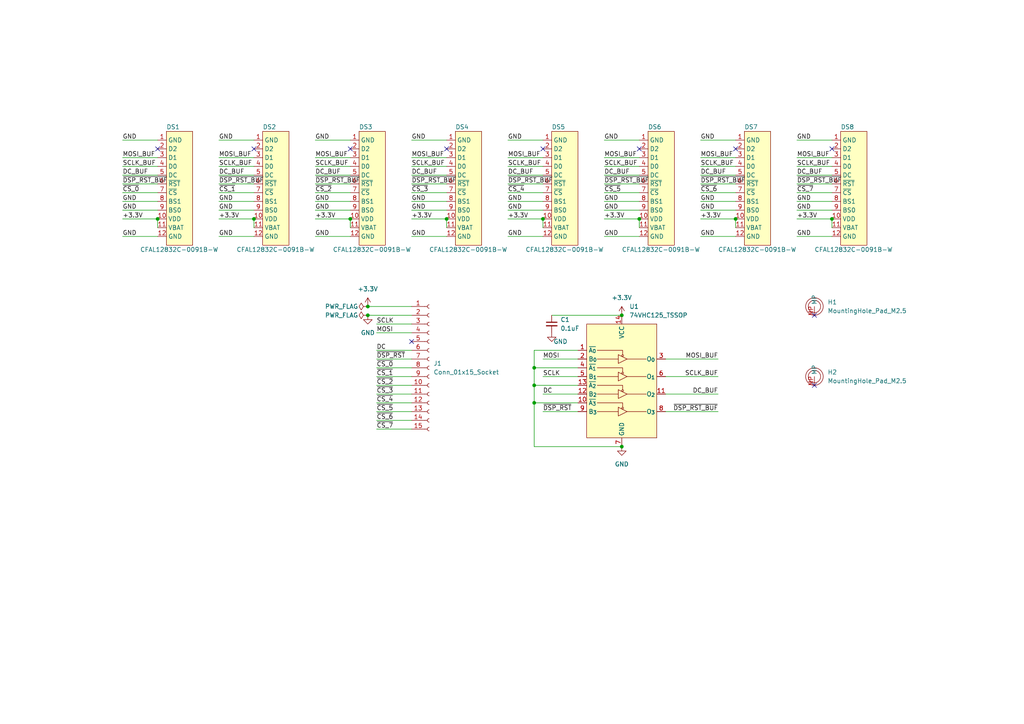
<source format=kicad_sch>
(kicad_sch (version 20230121) (generator eeschema)
  (paper "A4")
  (lib_symbols
    (symbol "Connector:Conn_01x15_Socket" (pin_names (offset 1.016) hide)
      (property "Reference" "J" (at 0 20.32 0))
      (property "Value" "Conn_01x15_Socket" (at 0 -20.32 0))
      (symbol "Conn_01x15_Socket_1_1"
        (arc (start 0 -17.272) (mid -0.5058 -17.78) (end 0 -18.288) (stroke (width 0.1524)))
        (arc (start 0 -14.732) (mid -0.5058 -15.24) (end 0 -15.748) (stroke (width 0.1524)))
        (arc (start 0 -12.192) (mid -0.5058 -12.7) (end 0 -13.208) (stroke (width 0.1524)))
        (arc (start 0 -9.652) (mid -0.5058 -10.16) (end 0 -10.668) (stroke (width 0.1524)))
        (arc (start 0 -7.112) (mid -0.5058 -7.62) (end 0 -8.128) (stroke (width 0.1524)))
        (arc (start 0 -4.572) (mid -0.5058 -5.08) (end 0 -5.588) (stroke (width 0.1524)))
        (arc (start 0 -2.032) (mid -0.5058 -2.54) (end 0 -3.048) (stroke (width 0.1524)))
        (polyline (pts (xy -1.27 -17.78) (xy -0.508 -17.78)) (stroke (width 0.1524)))
        (polyline (pts (xy -1.27 -15.24) (xy -0.508 -15.24)) (stroke (width 0.1524)))
        (polyline (pts (xy -1.27 -12.7) (xy -0.508 -12.7)) (stroke (width 0.1524)))
        (polyline (pts (xy -1.27 -10.16) (xy -0.508 -10.16)) (stroke (width 0.1524)))
        (polyline (pts (xy -1.27 -7.62) (xy -0.508 -7.62)) (stroke (width 0.1524)))
        (polyline (pts (xy -1.27 -5.08) (xy -0.508 -5.08)) (stroke (width 0.1524)))
        (polyline (pts (xy -1.27 -2.54) (xy -0.508 -2.54)) (stroke (width 0.1524)))
        (polyline (pts (xy -1.27 0) (xy -0.508 0)) (stroke (width 0.1524)))
        (polyline (pts (xy -1.27 2.54) (xy -0.508 2.54)) (stroke (width 0.1524)))
        (polyline (pts (xy -1.27 5.08) (xy -0.508 5.08)) (stroke (width 0.1524)))
        (polyline (pts (xy -1.27 7.62) (xy -0.508 7.62)) (stroke (width 0.1524)))
        (polyline (pts (xy -1.27 10.16) (xy -0.508 10.16)) (stroke (width 0.1524)))
        (polyline (pts (xy -1.27 12.7) (xy -0.508 12.7)) (stroke (width 0.1524)))
        (polyline (pts (xy -1.27 15.24) (xy -0.508 15.24)) (stroke (width 0.1524)))
        (polyline (pts (xy -1.27 17.78) (xy -0.508 17.78)) (stroke (width 0.1524)))
        (arc (start 0 0.508) (mid -0.5058 0) (end 0 -0.508) (stroke (width 0.1524)))
        (arc (start 0 3.048) (mid -0.5058 2.54) (end 0 2.032) (stroke (width 0.1524)))
        (arc (start 0 5.588) (mid -0.5058 5.08) (end 0 4.572) (stroke (width 0.1524)))
        (arc (start 0 8.128) (mid -0.5058 7.62) (end 0 7.112) (stroke (width 0.1524)))
        (arc (start 0 10.668) (mid -0.5058 10.16) (end 0 9.652) (stroke (width 0.1524)))
        (arc (start 0 13.208) (mid -0.5058 12.7) (end 0 12.192) (stroke (width 0.1524)))
        (arc (start 0 15.748) (mid -0.5058 15.24) (end 0 14.732) (stroke (width 0.1524)))
        (arc (start 0 18.288) (mid -0.5058 17.78) (end 0 17.272) (stroke (width 0.1524)))
        (pin passive line (at -5.08 17.78 0) (length 3.81) (name "Pin_1") (number "1"))
        (pin passive line (at -5.08 -5.08 0) (length 3.81) (name "Pin_10") (number "10"))
        (pin passive line (at -5.08 -7.62 0) (length 3.81) (name "Pin_11") (number "11"))
        (pin passive line (at -5.08 -10.16 0) (length 3.81) (name "Pin_12") (number "12"))
        (pin passive line (at -5.08 -12.7 0) (length 3.81) (name "Pin_13") (number "13"))
        (pin passive line (at -5.08 -15.24 0) (length 3.81) (name "Pin_14") (number "14"))
        (pin passive line (at -5.08 -17.78 0) (length 3.81) (name "Pin_15") (number "15"))
        (pin passive line (at -5.08 15.24 0) (length 3.81) (name "Pin_2") (number "2"))
        (pin passive line (at -5.08 12.7 0) (length 3.81) (name "Pin_3") (number "3"))
        (pin passive line (at -5.08 10.16 0) (length 3.81) (name "Pin_4") (number "4"))
        (pin passive line (at -5.08 7.62 0) (length 3.81) (name "Pin_5") (number "5"))
        (pin passive line (at -5.08 5.08 0) (length 3.81) (name "Pin_6") (number "6"))
        (pin passive line (at -5.08 2.54 0) (length 3.81) (name "Pin_7") (number "7"))
        (pin passive line (at -5.08 0 0) (length 3.81) (name "Pin_8") (number "8"))
        (pin passive line (at -5.08 -2.54 0) (length 3.81) (name "Pin_9") (number "9"))
      )
    )
    (symbol "Device:C_Small" (pin_numbers hide) (pin_names (offset 0.254) hide)
      (property "Reference" "C" (at 0.254 1.778 0))
      (property "Value" "C_Small" (at 0.254 -2.032 0))
      (symbol "C_Small_0_1"
        (polyline (pts (xy -1.524 -0.508) (xy 1.524 -0.508)) (stroke (width 0.3302)))
        (polyline (pts (xy -1.524 0.508) (xy 1.524 0.508)) (stroke (width 0.3048)))
      )
      (symbol "C_Small_1_1"
        (pin passive line (at 0 2.54 270) (length 2.032) (name "~") (number "1"))
        (pin passive line (at 0 -2.54 90) (length 2.032) (name "~") (number "2"))
      )
    )
    (symbol "MPP_74xx:74VHC125_TSSOP"
      (property "Reference" "U" (at 2.54 26.67 0))
      (property "Value" "74VHC125_TSSOP" (at 10.16 24.13 0))
      (symbol "74VHC125_TSSOP_0_1"
        (polyline (pts (xy -1.016 -2.54) (xy -7.112 -2.54)))
        (polyline (pts (xy -1.016 2.54) (xy -7.112 2.54)))
        (polyline (pts (xy -1.016 7.62) (xy -7.112 7.62)))
        (polyline (pts (xy -1.016 12.7) (xy -7.112 12.7)))
        (polyline (pts (xy 1.524 -2.54) (xy 7.112 -2.54)))
        (polyline (pts (xy 1.524 2.54) (xy 7.112 2.54)))
        (polyline (pts (xy 1.524 7.62) (xy 7.112 7.62)))
        (polyline (pts (xy 1.524 12.7) (xy 7.112 12.7)))
        (polyline (pts (xy -7.112 0) (xy 0.254 0) (xy 0.254 -1.27)))
        (polyline (pts (xy -7.112 5.08) (xy 0.254 5.08) (xy 0.254 3.81)))
        (polyline (pts (xy -7.112 10.16) (xy 0.254 10.16) (xy 0.254 8.89)))
        (polyline (pts (xy -7.112 15.24) (xy 0.254 15.24) (xy 0.254 13.97)))
        (polyline (pts (xy -1.016 -1.27) (xy -1.016 -3.81) (xy 1.524 -2.54) (xy -1.016 -1.27)))
        (polyline (pts (xy -1.016 3.81) (xy -1.016 1.27) (xy 1.524 2.54) (xy -1.016 3.81)))
        (polyline (pts (xy -1.016 8.89) (xy -1.016 6.35) (xy 1.524 7.62) (xy -1.016 8.89)))
        (polyline (pts (xy -1.016 13.97) (xy -1.016 11.43) (xy 1.524 12.7) (xy -1.016 13.97)))
        (circle (center 0.254 -1.524) (radius 0.254))
        (circle (center 0.254 3.556) (radius 0.254))
        (circle (center 0.254 8.636) (radius 0.254))
        (circle (center 0.254 13.716) (radius 0.254))
      )
      (symbol "74VHC125_TSSOP_1_1"
        (rectangle (start -10.16 22.86) (end 10.16 -10.16) (fill (type background)))
        (pin input line (at -12.7 15.24 0) (length 2.54) (name "~{A_{0}}") (number "1"))
        (pin input line (at -12.7 0 0) (length 2.54) (name "~{A_{3}}") (number "10"))
        (pin output line (at 12.7 2.54 180) (length 2.54) (name "O_{2}") (number "11"))
        (pin input line (at -12.7 2.54 0) (length 2.54) (name "B_{2}") (number "12"))
        (pin input line (at -12.7 5.08 0) (length 2.54) (name "~{A_{2}}") (number "13"))
        (pin power_in line (at 0 25.4 270) (length 2.54) (name "VCC") (number "14"))
        (pin input line (at -12.7 12.7 0) (length 2.54) (name "B_{0}") (number "2"))
        (pin output line (at 12.7 12.7 180) (length 2.54) (name "O_{0}") (number "3"))
        (pin input line (at -12.7 10.16 0) (length 2.54) (name "~{A_{1}}") (number "4"))
        (pin input line (at -12.7 7.62 0) (length 2.54) (name "B_{1}") (number "5"))
        (pin output line (at 12.7 7.62 180) (length 2.54) (name "O_{1}") (number "6"))
        (pin power_in line (at 0 -12.7 90) (length 2.54) (name "GND") (number "7"))
        (pin output line (at 12.7 -2.54 180) (length 2.54) (name "O_{3}") (number "8"))
        (pin input line (at -12.7 -2.54 0) (length 2.54) (name "B_{3}") (number "9"))
      )
    )
    (symbol "MPP_Display_Graphic:CFAL12832C-0091B-W"
      (property "Reference" "DS" (at 1.27 19.05 0))
      (property "Value" "CFAL12832C-0091B-W" (at 11.43 16.51 0))
      (symbol "CFAL12832C-0091B-W_1_1"
        (rectangle (start 0 15.24) (end 7.62 -17.78) (fill (type background)))
        (pin power_in line (at -2.54 12.7 0) (length 2.54) (name "GND") (number "1"))
        (pin power_in line (at -2.54 -10.16 0) (length 2.54) (name "VDD") (number "10"))
        (pin power_in line (at -2.54 -12.7 0) (length 2.54) (name "VBAT") (number "11"))
        (pin power_in line (at -2.54 -15.24 0) (length 2.54) (name "GND") (number "12"))
        (pin bidirectional line (at -2.54 10.16 0) (length 2.54) (name "D2") (number "2"))
        (pin bidirectional line (at -2.54 7.62 0) (length 2.54) (name "D1") (number "3"))
        (pin bidirectional line (at -2.54 5.08 0) (length 2.54) (name "D0") (number "4"))
        (pin bidirectional line (at -2.54 2.54 0) (length 2.54) (name "DC") (number "5"))
        (pin bidirectional line (at -2.54 0 0) (length 2.54) (name "~{RST}") (number "6"))
        (pin bidirectional line (at -2.54 -2.54 0) (length 2.54) (name "~{CS}") (number "7"))
        (pin input line (at -2.54 -5.08 0) (length 2.54) (name "BS1") (number "8"))
        (pin input line (at -2.54 -7.62 0) (length 2.54) (name "BS0") (number "9"))
      )
    )
    (symbol "MPP_Mechanical:MountingHole_Pad_M2.5"
      (property "Reference" "H" (at 2.54 2.54 0))
      (property "Value" "MountingHole_Pad_M2.5" (at 0 4.445 0))
      (symbol "MountingHole_Pad_M2.5_0_1"
        (circle (center 0 0) (radius 2.54))
      )
      (symbol "MountingHole_Pad_M2.5_1_1"
        (circle (center 0 0) (radius 1.7961))
        (pin passive line (at 0 -2.54 90) (length 2.54) (name "MP") (number "MP"))
      )
    )
    (symbol "power:+3.3V" (power) (pin_names (offset 0))
      (property "Value" "+3.3V" (at 0 3.556 0))
      (symbol "+3.3V_0_1"
        (polyline (pts (xy -0.762 1.27) (xy 0 2.54)))
        (polyline (pts (xy 0 0) (xy 0 2.54)))
        (polyline (pts (xy 0 2.54) (xy 0.762 1.27)))
      )
      (symbol "+3.3V_1_1"
        (pin power_in line (at 0 0 90) (length 0) hide (name "+3.3V") (number "1"))
      )
    )
    (symbol "power:GND" (power) (pin_names (offset 0))
      (property "Value" "GND" (at 0 -3.81 0))
      (symbol "GND_0_1"
        (polyline (pts (xy 0 0) (xy 0 -1.27) (xy 1.27 -1.27) (xy 0 -2.54) (xy -1.27 -1.27) (xy 0 -1.27)))
      )
      (symbol "GND_1_1"
        (pin power_in line (at 0 0 270) (length 0) hide (name "GND") (number "1"))
      )
    )
    (symbol "power:PWR_FLAG" (power) (pin_numbers hide) (pin_names (offset 0) hide)
      (property "Value" "PWR_FLAG" (at 0 3.81 0))
      (symbol "PWR_FLAG_0_0"
        (pin power_out line (at 0 0 90) (length 0) (name "pwr") (number "1"))
      )
      (symbol "PWR_FLAG_0_1"
        (polyline (pts (xy 0 0) (xy 0 1.27) (xy -1.016 1.905) (xy 0 2.54) (xy 1.016 1.905) (xy 0 1.27)))
      )
    )
  )
  (junction (at 157.48 63.5))
  (junction (at 45.72 63.5))
  (junction (at 213.36 63.5))
  (junction (at 129.54 63.5))
  (junction (at 185.42 63.5))
  (junction (at 154.94 111.76))
  (junction (at 101.6 63.5))
  (junction (at 106.68 91.44))
  (junction (at 154.94 106.68))
  (junction (at 180.34 129.54))
  (junction (at 154.94 116.84))
  (junction (at 73.66 63.5))
  (junction (at 180.34 91.44))
  (junction (at 106.68 88.9))
  (junction (at 241.3 63.5))
  (no_connect (at 45.72 43.18))
  (no_connect (at 157.48 43.18))
  (no_connect (at 119.38 99.06))
  (no_connect (at 241.3 43.18))
  (no_connect (at 73.66 43.18))
  (no_connect (at 236.22 111.76))
  (no_connect (at 185.42 43.18))
  (no_connect (at 101.6 43.18))
  (no_connect (at 236.22 91.44))
  (no_connect (at 213.36 43.18))
  (no_connect (at 129.54 43.18))
  (wire (pts (xy 35.56 50.8) (xy 45.72 50.8)))
  (wire (pts (xy 63.5 58.42) (xy 73.66 58.42)))
  (wire (pts (xy 203.2 58.42) (xy 213.36 58.42)))
  (wire (pts (xy 109.22 109.22) (xy 119.38 109.22)))
  (wire (pts (xy 231.14 63.5) (xy 241.3 63.5)))
  (wire (pts (xy 154.94 111.76) (xy 167.64 111.76)))
  (wire (pts (xy 91.44 58.42) (xy 101.6 58.42)))
  (wire (pts (xy 231.14 55.88) (xy 241.3 55.88)))
  (wire (pts (xy 203.2 40.64) (xy 213.36 40.64)))
  (wire (pts (xy 91.44 68.58) (xy 101.6 68.58)))
  (wire (pts (xy 35.56 48.26) (xy 45.72 48.26)))
  (wire (pts (xy 91.44 53.34) (xy 101.6 53.34)))
  (wire (pts (xy 203.2 60.96) (xy 213.36 60.96)))
  (wire (pts (xy 109.22 96.52) (xy 119.38 96.52)))
  (wire (pts (xy 167.64 106.68) (xy 154.94 106.68)))
  (wire (pts (xy 119.38 48.26) (xy 129.54 48.26)))
  (wire (pts (xy 119.38 63.5) (xy 129.54 63.5)))
  (wire (pts (xy 35.56 58.42) (xy 45.72 58.42)))
  (wire (pts (xy 157.48 104.14) (xy 167.64 104.14)))
  (wire (pts (xy 175.26 45.72) (xy 185.42 45.72)))
  (wire (pts (xy 231.14 50.8) (xy 241.3 50.8)))
  (wire (pts (xy 154.94 101.6) (xy 154.94 106.68)))
  (wire (pts (xy 154.94 106.68) (xy 154.94 111.76)))
  (wire (pts (xy 35.56 55.88) (xy 45.72 55.88)))
  (wire (pts (xy 109.22 106.68) (xy 119.38 106.68)))
  (wire (pts (xy 203.2 45.72) (xy 213.36 45.72)))
  (wire (pts (xy 35.56 60.96) (xy 45.72 60.96)))
  (wire (pts (xy 63.5 40.64) (xy 73.66 40.64)))
  (wire (pts (xy 231.14 58.42) (xy 241.3 58.42)))
  (wire (pts (xy 119.38 55.88) (xy 129.54 55.88)))
  (wire (pts (xy 119.38 60.96) (xy 129.54 60.96)))
  (wire (pts (xy 175.26 53.34) (xy 185.42 53.34)))
  (wire (pts (xy 175.26 63.5) (xy 185.42 63.5)))
  (wire (pts (xy 231.14 53.34) (xy 241.3 53.34)))
  (wire (pts (xy 154.94 111.76) (xy 154.94 116.84)))
  (wire (pts (xy 157.48 109.22) (xy 167.64 109.22)))
  (wire (pts (xy 213.36 63.5) (xy 213.36 66.04)))
  (wire (pts (xy 203.2 50.8) (xy 213.36 50.8)))
  (wire (pts (xy 63.5 53.34) (xy 73.66 53.34)))
  (wire (pts (xy 175.26 58.42) (xy 185.42 58.42)))
  (wire (pts (xy 154.94 116.84) (xy 154.94 129.54)))
  (wire (pts (xy 109.22 114.3) (xy 119.38 114.3)))
  (wire (pts (xy 231.14 45.72) (xy 241.3 45.72)))
  (wire (pts (xy 157.48 63.5) (xy 157.48 66.04)))
  (wire (pts (xy 147.32 68.58) (xy 157.48 68.58)))
  (wire (pts (xy 203.2 63.5) (xy 213.36 63.5)))
  (wire (pts (xy 109.22 119.38) (xy 119.38 119.38)))
  (wire (pts (xy 129.54 63.5) (xy 129.54 66.04)))
  (wire (pts (xy 45.72 63.5) (xy 45.72 66.04)))
  (wire (pts (xy 101.6 63.5) (xy 101.6 66.04)))
  (wire (pts (xy 175.26 48.26) (xy 185.42 48.26)))
  (wire (pts (xy 63.5 55.88) (xy 73.66 55.88)))
  (wire (pts (xy 193.04 104.14) (xy 208.28 104.14)))
  (wire (pts (xy 119.38 68.58) (xy 129.54 68.58)))
  (wire (pts (xy 109.22 121.92) (xy 119.38 121.92)))
  (wire (pts (xy 106.68 91.44) (xy 119.38 91.44)))
  (wire (pts (xy 154.94 116.84) (xy 167.64 116.84)))
  (wire (pts (xy 193.04 119.38) (xy 208.28 119.38)))
  (wire (pts (xy 175.26 60.96) (xy 185.42 60.96)))
  (wire (pts (xy 91.44 55.88) (xy 101.6 55.88)))
  (wire (pts (xy 154.94 129.54) (xy 180.34 129.54)))
  (wire (pts (xy 63.5 60.96) (xy 73.66 60.96)))
  (wire (pts (xy 119.38 58.42) (xy 129.54 58.42)))
  (wire (pts (xy 91.44 60.96) (xy 101.6 60.96)))
  (wire (pts (xy 175.26 40.64) (xy 185.42 40.64)))
  (wire (pts (xy 147.32 60.96) (xy 157.48 60.96)))
  (wire (pts (xy 119.38 40.64) (xy 129.54 40.64)))
  (wire (pts (xy 109.22 124.46) (xy 119.38 124.46)))
  (wire (pts (xy 109.22 111.76) (xy 119.38 111.76)))
  (wire (pts (xy 91.44 50.8) (xy 101.6 50.8)))
  (wire (pts (xy 63.5 48.26) (xy 73.66 48.26)))
  (wire (pts (xy 175.26 50.8) (xy 185.42 50.8)))
  (wire (pts (xy 63.5 45.72) (xy 73.66 45.72)))
  (wire (pts (xy 175.26 55.88) (xy 185.42 55.88)))
  (wire (pts (xy 231.14 48.26) (xy 241.3 48.26)))
  (wire (pts (xy 35.56 53.34) (xy 45.72 53.34)))
  (wire (pts (xy 147.32 48.26) (xy 157.48 48.26)))
  (wire (pts (xy 109.22 116.84) (xy 119.38 116.84)))
  (wire (pts (xy 35.56 40.64) (xy 45.72 40.64)))
  (wire (pts (xy 35.56 68.58) (xy 45.72 68.58)))
  (wire (pts (xy 119.38 45.72) (xy 129.54 45.72)))
  (wire (pts (xy 91.44 63.5) (xy 101.6 63.5)))
  (wire (pts (xy 119.38 50.8) (xy 129.54 50.8)))
  (wire (pts (xy 109.22 104.14) (xy 119.38 104.14)))
  (wire (pts (xy 63.5 63.5) (xy 73.66 63.5)))
  (wire (pts (xy 241.3 63.5) (xy 241.3 66.04)))
  (wire (pts (xy 231.14 40.64) (xy 241.3 40.64)))
  (wire (pts (xy 231.14 68.58) (xy 241.3 68.58)))
  (wire (pts (xy 157.48 114.3) (xy 167.64 114.3)))
  (wire (pts (xy 147.32 58.42) (xy 157.48 58.42)))
  (wire (pts (xy 157.48 119.38) (xy 167.64 119.38)))
  (wire (pts (xy 175.26 68.58) (xy 185.42 68.58)))
  (wire (pts (xy 147.32 55.88) (xy 157.48 55.88)))
  (wire (pts (xy 109.22 101.6) (xy 119.38 101.6)))
  (wire (pts (xy 203.2 48.26) (xy 213.36 48.26)))
  (wire (pts (xy 147.32 63.5) (xy 157.48 63.5)))
  (wire (pts (xy 106.68 88.9) (xy 119.38 88.9)))
  (wire (pts (xy 63.5 68.58) (xy 73.66 68.58)))
  (wire (pts (xy 73.66 63.5) (xy 73.66 66.04)))
  (wire (pts (xy 231.14 60.96) (xy 241.3 60.96)))
  (wire (pts (xy 203.2 55.88) (xy 213.36 55.88)))
  (wire (pts (xy 203.2 53.34) (xy 213.36 53.34)))
  (wire (pts (xy 35.56 45.72) (xy 45.72 45.72)))
  (wire (pts (xy 119.38 53.34) (xy 129.54 53.34)))
  (wire (pts (xy 160.02 91.44) (xy 180.34 91.44)))
  (wire (pts (xy 185.42 63.5) (xy 185.42 66.04)))
  (wire (pts (xy 193.04 109.22) (xy 208.28 109.22)))
  (wire (pts (xy 147.32 50.8) (xy 157.48 50.8)))
  (wire (pts (xy 167.64 101.6) (xy 154.94 101.6)))
  (wire (pts (xy 147.32 45.72) (xy 157.48 45.72)))
  (wire (pts (xy 147.32 40.64) (xy 157.48 40.64)))
  (wire (pts (xy 193.04 114.3) (xy 208.28 114.3)))
  (wire (pts (xy 63.5 50.8) (xy 73.66 50.8)))
  (wire (pts (xy 91.44 45.72) (xy 101.6 45.72)))
  (wire (pts (xy 35.56 63.5) (xy 45.72 63.5)))
  (wire (pts (xy 109.22 93.98) (xy 119.38 93.98)))
  (wire (pts (xy 203.2 68.58) (xy 213.36 68.58)))
  (wire (pts (xy 91.44 40.64) (xy 101.6 40.64)))
  (wire (pts (xy 91.44 48.26) (xy 101.6 48.26)))
  (wire (pts (xy 147.32 53.34) (xy 157.48 53.34)))
  (label "SCLK_BUF" (at 231.14 48.26 0))
  (label "~{CS_0}" (at 35.56 55.88 0))
  (label "GND" (at 91.44 40.64 0))
  (label "~{DSP_RST_BUF}" (at 63.5 53.34 0))
  (label "DC" (at 109.22 101.6 0))
  (label "MOSI_BUF" (at 175.26 45.72 0))
  (label "GND" (at 203.2 58.42 0))
  (label "GND" (at 231.14 40.64 0))
  (label "GND" (at 35.56 58.42 0))
  (label "~{CS_5}" (at 175.26 55.88 0))
  (label "~{CS_7}" (at 109.22 124.46 0))
  (label "GND" (at 203.2 68.58 0))
  (label "MOSI_BUF" (at 119.38 45.72 0))
  (label "GND" (at 35.56 68.58 0))
  (label "~{DSP_RST_BUF}" (at 119.38 53.34 0))
  (label "~{DSP_RST_BUF}" (at 208.28 119.38 180))
  (label "GND" (at 63.5 58.42 0))
  (label "DC_BUF" (at 208.28 114.3 180))
  (label "GND" (at 203.2 60.96 0))
  (label "~{DSP_RST}" (at 157.48 119.38 0))
  (label "~{DSP_RST}" (at 109.22 104.14 0))
  (label "~{CS_6}" (at 109.22 121.92 0))
  (label "SCLK" (at 157.48 109.22 0))
  (label "+3.3V" (at 91.44 63.5 0))
  (label "~{DSP_RST_BUF}" (at 203.2 53.34 0))
  (label "GND" (at 119.38 40.64 0))
  (label "DC" (at 157.48 114.3 0))
  (label "SCLK" (at 109.22 93.98 0))
  (label "GND" (at 119.38 68.58 0))
  (label "SCLK_BUF" (at 175.26 48.26 0))
  (label "GND" (at 63.5 60.96 0))
  (label "GND" (at 35.56 40.64 0))
  (label "GND" (at 231.14 68.58 0))
  (label "~{DSP_RST_BUF}" (at 147.32 53.34 0))
  (label "GND" (at 231.14 58.42 0))
  (label "GND" (at 147.32 68.58 0))
  (label "MOSI_BUF" (at 91.44 45.72 0))
  (label "MOSI_BUF" (at 208.28 104.14 180))
  (label "GND" (at 147.32 40.64 0))
  (label "GND" (at 175.26 40.64 0))
  (label "~{CS_0}" (at 109.22 106.68 0))
  (label "~{DSP_RST_BUF}" (at 91.44 53.34 0))
  (label "~{CS_7}" (at 231.14 55.88 0))
  (label "~{CS_3}" (at 109.22 114.3 0))
  (label "GND" (at 175.26 58.42 0))
  (label "SCLK_BUF" (at 35.56 48.26 0))
  (label "GND" (at 147.32 58.42 0))
  (label "MOSI_BUF" (at 147.32 45.72 0))
  (label "DC_BUF" (at 63.5 50.8 0))
  (label "GND" (at 175.26 68.58 0))
  (label "+3.3V" (at 63.5 63.5 0))
  (label "~{CS_3}" (at 119.38 55.88 0))
  (label "MOSI_BUF" (at 231.14 45.72 0))
  (label "DC_BUF" (at 203.2 50.8 0))
  (label "GND" (at 119.38 60.96 0))
  (label "~{CS_6}" (at 203.2 55.88 0))
  (label "GND" (at 63.5 40.64 0))
  (label "SCLK_BUF" (at 147.32 48.26 0))
  (label "DC_BUF" (at 231.14 50.8 0))
  (label "SCLK_BUF" (at 119.38 48.26 0))
  (label "~{DSP_RST_BUF}" (at 231.14 53.34 0))
  (label "+3.3V" (at 147.32 63.5 0))
  (label "+3.3V" (at 175.26 63.5 0))
  (label "DC_BUF" (at 35.56 50.8 0))
  (label "SCLK_BUF" (at 203.2 48.26 0))
  (label "+3.3V" (at 203.2 63.5 0))
  (label "GND" (at 91.44 60.96 0))
  (label "~{DSP_RST_BUF}" (at 35.56 53.34 0))
  (label "MOSI_BUF" (at 63.5 45.72 0))
  (label "MOSI_BUF" (at 203.2 45.72 0))
  (label "SCLK_BUF" (at 91.44 48.26 0))
  (label "~{CS_1}" (at 63.5 55.88 0))
  (label "+3.3V" (at 119.38 63.5 0))
  (label "GND" (at 175.26 60.96 0))
  (label "GND" (at 91.44 58.42 0))
  (label "MOSI" (at 157.48 104.14 0))
  (label "GND" (at 119.38 58.42 0))
  (label "DC_BUF" (at 175.26 50.8 0))
  (label "+3.3V" (at 231.14 63.5 0))
  (label "MOSI_BUF" (at 35.56 45.72 0))
  (label "DC_BUF" (at 91.44 50.8 0))
  (label "~{CS_5}" (at 109.22 119.38 0))
  (label "GND" (at 91.44 68.58 0))
  (label "DC_BUF" (at 119.38 50.8 0))
  (label "SCLK_BUF" (at 208.28 109.22 180))
  (label "GND" (at 63.5 68.58 0))
  (label "SCLK_BUF" (at 63.5 48.26 0))
  (label "GND" (at 147.32 60.96 0))
  (label "~{CS_4}" (at 109.22 116.84 0))
  (label "~{CS_1}" (at 109.22 109.22 0))
  (label "GND" (at 203.2 40.64 0))
  (label "+3.3V" (at 35.56 63.5 0))
  (label "~{DSP_RST_BUF}" (at 175.26 53.34 0))
  (label "MOSI" (at 109.22 96.52 0))
  (label "~{CS_2}" (at 91.44 55.88 0))
  (label "DC_BUF" (at 147.32 50.8 0))
  (label "~{CS_2}" (at 109.22 111.76 0))
  (label "GND" (at 231.14 60.96 0))
  (label "~{CS_4}" (at 147.32 55.88 0))
  (label "GND" (at 35.56 60.96 0))
  (symbol (lib_id "power:PWR_FLAG") (at 106.68 88.9 90) (unit 1)
    (property "Reference" "#FLG01" (effects hide))
    (property "Value" "PWR_FLAG" (at 99.06 88.9 90))
  )
  (symbol (lib_id "MPP_Display_Graphic:CFAL12832C-0091B-W") (at 48.26 53.34 0) (unit 1)
    (property "Reference" "DS1" (at 48.26 36.83 0) (effects (justify left)))
    (property "Value" "CFAL12832C-0091B-W" (at 40.64 72.39 0) (effects (justify left)))
    (property "Footprint" "MPP_Display:CFAL12832C-0091B-W" (effects hide))
    (property "Datasheet" "file:///C:/Users/marcp/Downloads/CFAL12832C-0091B-W_Datasheet%20(6).pdf" (effects hide))
  )
  (symbol (lib_id "MPP_Display_Graphic:CFAL12832C-0091B-W") (at 104.14 53.34 0) (unit 1)
    (property "Reference" "DS3" (at 104.14 36.83 0) (effects (justify left)))
    (property "Value" "CFAL12832C-0091B-W" (at 96.52 72.39 0) (effects (justify left)))
    (property "Footprint" "MPP_Display:CFAL12832C-0091B-W" (effects hide))
    (property "Datasheet" "file:///C:/Users/marcp/Downloads/CFAL12832C-0091B-W_Datasheet%20(6).pdf" (effects hide))
  )
  (symbol (lib_id "power:GND") (at 160.02 96.52 0) (unit 1)
    (property "Reference" "#PWR05" (effects hide))
    (property "Value" "GND" (at 162.56 99.06 0))
  )
  (symbol (lib_id "MPP_Display_Graphic:CFAL12832C-0091B-W") (at 243.84 53.34 0) (unit 1)
    (property "Reference" "DS8" (at 243.84 36.83 0) (effects (justify left)))
    (property "Value" "CFAL12832C-0091B-W" (at 236.22 72.39 0) (effects (justify left)))
    (property "Footprint" "MPP_Display:CFAL12832C-0091B-W" (effects hide))
    (property "Datasheet" "file:///C:/Users/marcp/Downloads/CFAL12832C-0091B-W_Datasheet%20(6).pdf" (effects hide))
  )
  (symbol (lib_id "MPP_Mechanical:MountingHole_Pad_M2.5") (at 236.22 109.22 0) (unit 1)
    (property "Reference" "H2" (at 240.03 107.95 0) (effects (justify left)))
    (property "Value" "MountingHole_Pad_M2.5" (at 240.03 110.49 0) (effects (justify left)))
    (property "Footprint" "MPP_MountingHole:MountingHole_M2.5" (effects hide))
  )
  (symbol (lib_id "MPP_74xx:74VHC125_TSSOP") (at 180.34 116.84 0) (unit 1)
    (property "Reference" "U1" (at 182.5341 88.9 0) (effects (justify left)))
    (property "Value" "74VHC125_TSSOP" (at 182.5341 91.44 0) (effects (justify left)))
    (property "Footprint" "Package_SO:TSSOP-14_4.4x5mm_P0.65mm" (effects hide))
    (property "Datasheet" "https://www.onsemi.com/download/data-sheet/pdf/74vhc125-d.pdf" (effects hide))
  )
  (symbol (lib_id "power:PWR_FLAG") (at 106.68 91.44 90) (unit 1)
    (property "Reference" "#FLG02" (effects hide))
    (property "Value" "PWR_FLAG" (at 99.06 91.44 90))
  )
  (symbol (lib_id "power:GND") (at 106.68 91.44 0) (unit 1)
    (property "Reference" "#PWR02" (effects hide))
    (property "Value" "GND" (at 106.68 96.52 0))
  )
  (symbol (lib_id "MPP_Display_Graphic:CFAL12832C-0091B-W") (at 187.96 53.34 0) (unit 1)
    (property "Reference" "DS6" (at 187.96 36.83 0) (effects (justify left)))
    (property "Value" "CFAL12832C-0091B-W" (at 180.34 72.39 0) (effects (justify left)))
    (property "Footprint" "MPP_Display:CFAL12832C-0091B-W" (effects hide))
    (property "Datasheet" "file:///C:/Users/marcp/Downloads/CFAL12832C-0091B-W_Datasheet%20(6).pdf" (effects hide))
  )
  (symbol (lib_id "power:+3.3V") (at 106.68 88.9 0) (unit 1)
    (property "Reference" "#PWR01" (effects hide))
    (property "Value" "+3.3V" (at 106.68 83.82 0))
  )
  (symbol (lib_id "MPP_Display_Graphic:CFAL12832C-0091B-W") (at 160.02 53.34 0) (unit 1)
    (property "Reference" "DS5" (at 160.02 36.83 0) (effects (justify left)))
    (property "Value" "CFAL12832C-0091B-W" (at 152.4 72.39 0) (effects (justify left)))
    (property "Footprint" "MPP_Display:CFAL12832C-0091B-W" (effects hide))
    (property "Datasheet" "file:///C:/Users/marcp/Downloads/CFAL12832C-0091B-W_Datasheet%20(6).pdf" (effects hide))
  )
  (symbol (lib_id "MPP_Display_Graphic:CFAL12832C-0091B-W") (at 76.2 53.34 0) (unit 1)
    (property "Reference" "DS2" (at 76.2 36.83 0) (effects (justify left)))
    (property "Value" "CFAL12832C-0091B-W" (at 68.58 72.39 0) (effects (justify left)))
    (property "Footprint" "MPP_Display:CFAL12832C-0091B-W" (effects hide))
    (property "Datasheet" "file:///C:/Users/marcp/Downloads/CFAL12832C-0091B-W_Datasheet%20(6).pdf" (effects hide))
  )
  (symbol (lib_id "MPP_Mechanical:MountingHole_Pad_M2.5") (at 236.22 88.9 0) (unit 1)
    (property "Reference" "H1" (at 240.03 87.63 0) (effects (justify left)))
    (property "Value" "MountingHole_Pad_M2.5" (at 240.03 90.17 0) (effects (justify left)))
    (property "Footprint" "MPP_MountingHole:MountingHole_M2.5" (effects hide))
  )
  (symbol (lib_id "power:GND") (at 180.34 129.54 0) (unit 1)
    (property "Reference" "#PWR04" (effects hide))
    (property "Value" "GND" (at 180.34 134.62 0))
  )
  (symbol (lib_id "MPP_Display_Graphic:CFAL12832C-0091B-W") (at 215.9 53.34 0) (unit 1)
    (property "Reference" "DS7" (at 215.9 36.83 0) (effects (justify left)))
    (property "Value" "CFAL12832C-0091B-W" (at 208.28 72.39 0) (effects (justify left)))
    (property "Footprint" "MPP_Display:CFAL12832C-0091B-W" (effects hide))
    (property "Datasheet" "file:///C:/Users/marcp/Downloads/CFAL12832C-0091B-W_Datasheet%20(6).pdf" (effects hide))
  )
  (symbol (lib_id "Device:C_Small") (at 160.02 93.98 0) (unit 1)
    (property "Reference" "C1" (at 162.56 92.7163 0) (effects (justify left)))
    (property "Value" "0.1uF" (at 162.56 95.2563 0) (effects (justify left)))
    (property "Footprint" "Capacitor_SMD:C_0805_2012Metric_Pad1.18x1.45mm_HandSolder" (effects hide))
  )
  (symbol (lib_id "MPP_Display_Graphic:CFAL12832C-0091B-W") (at 132.08 53.34 0) (unit 1)
    (property "Reference" "DS4" (at 132.08 36.83 0) (effects (justify left)))
    (property "Value" "CFAL12832C-0091B-W" (at 124.46 72.39 0) (effects (justify left)))
    (property "Footprint" "MPP_Display:CFAL12832C-0091B-W" (effects hide))
    (property "Datasheet" "file:///C:/Users/marcp/Downloads/CFAL12832C-0091B-W_Datasheet%20(6).pdf" (effects hide))
  )
  (symbol (lib_id "Connector:Conn_01x15_Socket") (at 124.46 106.68 0) (unit 1)
    (property "Reference" "J1" (at 125.73 105.41 0) (effects (justify left)))
    (property "Value" "Conn_01x15_Socket" (at 125.73 107.95 0) (effects (justify left)))
    (property "Footprint" "Connector_FFC-FPC:Hirose_FH12-15S-0.5SH_1x15-1MP_P0.50mm_Horizontal" (effects hide))
  )
  (symbol (lib_id "power:+3.3V") (at 180.34 91.44 0) (unit 1)
    (property "Reference" "#PWR03" (effects hide))
    (property "Value" "+3.3V" (at 180.34 86.36 0))
  )
)
</source>
